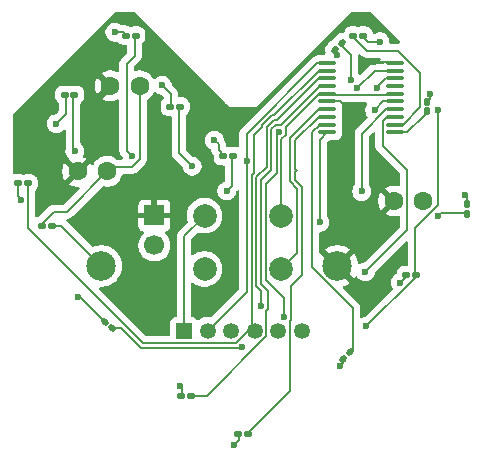
<source format=gbr>
%TF.GenerationSoftware,KiCad,Pcbnew,9.0.6*%
%TF.CreationDate,2026-01-31T16:43:30+03:00*%
%TF.ProjectId,st-valentine-postcard,73742d76-616c-4656-9e74-696e652d706f,rev?*%
%TF.SameCoordinates,Original*%
%TF.FileFunction,Copper,L2,Bot*%
%TF.FilePolarity,Positive*%
%FSLAX46Y46*%
G04 Gerber Fmt 4.6, Leading zero omitted, Abs format (unit mm)*
G04 Created by KiCad (PCBNEW 9.0.6) date 2026-01-31 16:43:30*
%MOMM*%
%LPD*%
G01*
G04 APERTURE LIST*
G04 Aperture macros list*
%AMRoundRect*
0 Rectangle with rounded corners*
0 $1 Rounding radius*
0 $2 $3 $4 $5 $6 $7 $8 $9 X,Y pos of 4 corners*
0 Add a 4 corners polygon primitive as box body*
4,1,4,$2,$3,$4,$5,$6,$7,$8,$9,$2,$3,0*
0 Add four circle primitives for the rounded corners*
1,1,$1+$1,$2,$3*
1,1,$1+$1,$4,$5*
1,1,$1+$1,$6,$7*
1,1,$1+$1,$8,$9*
0 Add four rect primitives between the rounded corners*
20,1,$1+$1,$2,$3,$4,$5,0*
20,1,$1+$1,$4,$5,$6,$7,0*
20,1,$1+$1,$6,$7,$8,$9,0*
20,1,$1+$1,$8,$9,$2,$3,0*%
G04 Aperture macros list end*
%TA.AperFunction,ComponentPad*%
%ADD10R,1.350000X1.350000*%
%TD*%
%TA.AperFunction,ComponentPad*%
%ADD11C,1.350000*%
%TD*%
%TA.AperFunction,ComponentPad*%
%ADD12C,2.000000*%
%TD*%
%TA.AperFunction,ComponentPad*%
%ADD13R,1.700000X1.700000*%
%TD*%
%TA.AperFunction,ComponentPad*%
%ADD14C,1.700000*%
%TD*%
%TA.AperFunction,SMDPad,CuDef*%
%ADD15RoundRect,0.137500X0.222739X-0.028284X-0.028284X0.222739X-0.222739X0.028284X0.028284X-0.222739X0*%
%TD*%
%TA.AperFunction,SMDPad,CuDef*%
%ADD16RoundRect,0.137500X0.177500X0.137500X-0.177500X0.137500X-0.177500X-0.137500X0.177500X-0.137500X0*%
%TD*%
%TA.AperFunction,SMDPad,CuDef*%
%ADD17RoundRect,0.137500X-0.177500X-0.137500X0.177500X-0.137500X0.177500X0.137500X-0.177500X0.137500X0*%
%TD*%
%TA.AperFunction,ComponentPad*%
%ADD18C,1.600000*%
%TD*%
%TA.AperFunction,SMDPad,CuDef*%
%ADD19RoundRect,0.100000X0.637500X0.100000X-0.637500X0.100000X-0.637500X-0.100000X0.637500X-0.100000X0*%
%TD*%
%TA.AperFunction,SMDPad,CuDef*%
%ADD20RoundRect,0.137500X0.137500X-0.177500X0.137500X0.177500X-0.137500X0.177500X-0.137500X-0.177500X0*%
%TD*%
%TA.AperFunction,SMDPad,CuDef*%
%ADD21RoundRect,0.137500X0.028284X0.222739X-0.222739X-0.028284X-0.028284X-0.222739X0.222739X0.028284X0*%
%TD*%
%TA.AperFunction,ComponentPad*%
%ADD22C,2.500000*%
%TD*%
%TA.AperFunction,ViaPad*%
%ADD23C,0.600000*%
%TD*%
%TA.AperFunction,Conductor*%
%ADD24C,0.200000*%
%TD*%
G04 APERTURE END LIST*
D10*
%TO.P,J1,1,Pin_1*%
%TO.N,+3V*%
X145000000Y-97500000D03*
D11*
%TO.P,J1,2,Pin_2*%
%TO.N,/LED11*%
X147000000Y-97500000D03*
%TO.P,J1,3,Pin_3*%
%TO.N,GND*%
X149000000Y-97500000D03*
%TO.P,J1,4,Pin_4*%
%TO.N,/LED10*%
X151000000Y-97500000D03*
%TO.P,J1,5,Pin_5*%
%TO.N,/LED0*%
X153000000Y-97500000D03*
%TO.P,J1,6,Pin_6*%
%TO.N,/LED2*%
X155000000Y-97500000D03*
%TD*%
D12*
%TO.P,SW1,1,1*%
%TO.N,+3V*%
X146750000Y-87750000D03*
X153250000Y-87750000D03*
%TO.P,SW1,2,2*%
%TO.N,Net-(U1-PB1)*%
X146750000Y-92250000D03*
X153250000Y-92250000D03*
%TD*%
D13*
%TO.P,J2,1,Pin_1*%
%TO.N,GND*%
X142500000Y-87725000D03*
D14*
%TO.P,J2,2,Pin_2*%
%TO.N,Net-(BT1-+)*%
X142500000Y-90265000D03*
%TD*%
D15*
%TO.P,R10,1*%
%TO.N,/LED9*%
X138893449Y-97293449D03*
%TO.P,R10,2*%
%TO.N,Net-(D10-A)*%
X138306551Y-96706551D03*
%TD*%
D16*
%TO.P,R1,1*%
%TO.N,/LED1*%
X149165000Y-82700000D03*
%TO.P,R1,2*%
%TO.N,Net-(D1-A)*%
X148335000Y-82700000D03*
%TD*%
D17*
%TO.P,R3,1*%
%TO.N,/LED3*%
X159335000Y-72500000D03*
%TO.P,R3,2*%
%TO.N,Net-(D3-A)*%
X160165000Y-72500000D03*
%TD*%
D18*
%TO.P,C2,1*%
%TO.N,+3V*%
X165250000Y-86500000D03*
%TO.P,C2,2*%
%TO.N,GND*%
X162750000Y-86500000D03*
%TD*%
D19*
%TO.P,U1,1,PB9*%
%TO.N,GND*%
X162862500Y-74825000D03*
%TO.P,U1,2,PC14*%
%TO.N,/LED12*%
X162862500Y-75475000D03*
%TO.P,U1,3,PC15*%
%TO.N,/LED13*%
X162862500Y-76125000D03*
%TO.P,U1,4,NRST*%
%TO.N,unconnected-(U1-NRST-Pad4)*%
X162862500Y-76775000D03*
%TO.P,U1,5,VDDA*%
%TO.N,+3V*%
X162862500Y-77425000D03*
%TO.P,U1,6,PA0*%
%TO.N,/LED0*%
X162862500Y-78075000D03*
%TO.P,U1,7,PA1*%
%TO.N,/LED1*%
X162862500Y-78725000D03*
%TO.P,U1,8,PA2*%
%TO.N,/LED2*%
X162862500Y-79375000D03*
%TO.P,U1,9,PA3*%
%TO.N,/LED3*%
X162862500Y-80025000D03*
%TO.P,U1,10,PA4*%
%TO.N,/LED4*%
X162862500Y-80675000D03*
%TO.P,U1,11,PA5*%
%TO.N,/LED5*%
X157137500Y-80675000D03*
%TO.P,U1,12,PA6*%
%TO.N,/LED6*%
X157137500Y-80025000D03*
%TO.P,U1,13,PA7*%
%TO.N,/LED7*%
X157137500Y-79375000D03*
%TO.P,U1,14,PB1*%
%TO.N,Net-(U1-PB1)*%
X157137500Y-78725000D03*
%TO.P,U1,15,VSS*%
%TO.N,GND*%
X157137500Y-78075000D03*
%TO.P,U1,16,VDD*%
%TO.N,+3V*%
X157137500Y-77425000D03*
%TO.P,U1,17,PA9*%
%TO.N,/LED8*%
X157137500Y-76775000D03*
%TO.P,U1,18,PA10*%
%TO.N,/LED9*%
X157137500Y-76125000D03*
%TO.P,U1,19,PA13*%
%TO.N,/LED10*%
X157137500Y-75475000D03*
%TO.P,U1,20,PA14*%
%TO.N,/LED11*%
X157137500Y-74825000D03*
%TD*%
D20*
%TO.P,R5,1*%
%TO.N,/LED5*%
X169000000Y-87570000D03*
%TO.P,R5,2*%
%TO.N,Net-(D5-A)*%
X169000000Y-86740000D03*
%TD*%
%TO.P,R4,1*%
%TO.N,/LED4*%
X165600000Y-78915000D03*
%TO.P,R4,2*%
%TO.N,Net-(D4-A)*%
X165600000Y-78085000D03*
%TD*%
D16*
%TO.P,R8,1*%
%TO.N,/LED7*%
X150415000Y-106250000D03*
%TO.P,R8,2*%
%TO.N,Net-(D8-A)*%
X149585000Y-106250000D03*
%TD*%
D18*
%TO.P,C1,1*%
%TO.N,+3V*%
X138500000Y-84000000D03*
%TO.P,C1,2*%
%TO.N,GND*%
X136000000Y-84000000D03*
%TD*%
D21*
%TO.P,R7,1*%
%TO.N,/LED6*%
X159093449Y-99306551D03*
%TO.P,R7,2*%
%TO.N,Net-(D7-A)*%
X158506551Y-99893449D03*
%TD*%
D16*
%TO.P,R13,1*%
%TO.N,/LED12*%
X140915000Y-72500000D03*
%TO.P,R13,2*%
%TO.N,Net-(D13-A)*%
X140085000Y-72500000D03*
%TD*%
%TO.P,R15,1*%
%TO.N,Net-(BT1-+)*%
X133815000Y-88600000D03*
%TO.P,R15,2*%
%TO.N,+3V*%
X132985000Y-88600000D03*
%TD*%
D22*
%TO.P,BT1,1,+*%
%TO.N,Net-(BT1-+)*%
X138000000Y-92000000D03*
%TO.P,BT1,2,-*%
%TO.N,GND*%
X158000000Y-92000000D03*
%TD*%
D16*
%TO.P,R14,1*%
%TO.N,/LED13*%
X144665000Y-78500000D03*
%TO.P,R14,2*%
%TO.N,Net-(D14-A)*%
X143835000Y-78500000D03*
%TD*%
D18*
%TO.P,C3,1*%
%TO.N,+3V*%
X141250000Y-76750000D03*
%TO.P,C3,2*%
%TO.N,GND*%
X138750000Y-76750000D03*
%TD*%
D16*
%TO.P,R6,1*%
%TO.N,/LED0*%
X164665000Y-92750000D03*
%TO.P,R6,2*%
%TO.N,Net-(D6-A)*%
X163835000Y-92750000D03*
%TD*%
%TO.P,R9,1*%
%TO.N,/LED8*%
X145570000Y-103000000D03*
%TO.P,R9,2*%
%TO.N,Net-(D9-A)*%
X144740000Y-103000000D03*
%TD*%
%TO.P,R12,1*%
%TO.N,/LED11*%
X135735000Y-77500000D03*
%TO.P,R12,2*%
%TO.N,Net-(D12-A)*%
X134905000Y-77500000D03*
%TD*%
%TO.P,R11,1*%
%TO.N,/LED10*%
X131815000Y-85000000D03*
%TO.P,R11,2*%
%TO.N,Net-(D11-A)*%
X130985000Y-85000000D03*
%TD*%
D21*
%TO.P,R2,1*%
%TO.N,/LED2*%
X158393449Y-73106551D03*
%TO.P,R2,2*%
%TO.N,Net-(D2-A)*%
X157806551Y-73693449D03*
%TD*%
D23*
%TO.N,GND*%
X161058400Y-74747300D03*
X158400000Y-72000000D03*
X132200000Y-81800000D03*
X158213900Y-83200000D03*
X161400000Y-83200000D03*
X160800000Y-94600000D03*
X142200000Y-94400000D03*
%TO.N,Net-(D1-A)*%
X147577300Y-81355300D03*
%TO.N,Net-(D2-A)*%
X157958800Y-74112500D03*
%TO.N,Net-(D3-A)*%
X161600000Y-73018300D03*
%TO.N,Net-(D4-A)*%
X165800000Y-77400000D03*
%TO.N,Net-(D5-A)*%
X168821700Y-85977900D03*
%TO.N,Net-(D6-A)*%
X163296800Y-93419500D03*
%TO.N,Net-(D7-A)*%
X158200000Y-100500000D03*
%TO.N,Net-(D8-A)*%
X149200000Y-107200000D03*
%TO.N,Net-(D9-A)*%
X144632100Y-102142500D03*
%TO.N,Net-(D10-A)*%
X136000000Y-94600000D03*
%TO.N,Net-(D11-A)*%
X131200000Y-86400000D03*
%TO.N,Net-(D12-A)*%
X134207300Y-79949200D03*
%TO.N,Net-(D13-A)*%
X139157100Y-72200000D03*
%TO.N,Net-(D14-A)*%
X143153800Y-76698300D03*
%TO.N,/LED0*%
X161157500Y-78799100D03*
X160453300Y-97120900D03*
X166495800Y-78781600D03*
%TO.N,/LED11*%
X150303000Y-83130300D03*
X135771500Y-82292500D03*
%TO.N,/LED2*%
X153470700Y-96283700D03*
X153011000Y-80645000D03*
X159135600Y-76231300D03*
X160368300Y-92485500D03*
%TO.N,/LED1*%
X148629700Y-85645000D03*
X160050800Y-85692200D03*
%TO.N,/LED5*%
X166495700Y-87752100D03*
X156504100Y-88294400D03*
%TO.N,/LED9*%
X151532700Y-95430500D03*
X149928100Y-98884500D03*
%TO.N,/LED12*%
X140628000Y-82730800D03*
X159688100Y-76956000D03*
%TO.N,/LED13*%
X145693300Y-83543600D03*
X161377800Y-76956000D03*
%TD*%
D24*
%TO.N,Net-(BT1-+)*%
X134600000Y-88600000D02*
X135000000Y-89000000D01*
X133815000Y-88600000D02*
X134600000Y-88600000D01*
X138000000Y-92000000D02*
X135000000Y-89000000D01*
%TO.N,GND*%
X162784800Y-74747300D02*
X162862500Y-74825000D01*
X161058400Y-74747300D02*
X162784800Y-74747300D01*
X158213900Y-91786100D02*
X158000000Y-92000000D01*
X157137500Y-78075000D02*
X158225000Y-78075000D01*
X158225000Y-78075000D02*
X158750000Y-78600000D01*
X136000000Y-84000000D02*
X138750000Y-81250000D01*
%TO.N,+3V*%
X139578000Y-83586800D02*
X138913200Y-83586800D01*
X153250000Y-87750000D02*
X153251500Y-87748500D01*
X139578000Y-83586800D02*
X140622900Y-83586800D01*
X153251500Y-81255400D02*
X153612700Y-80894200D01*
X153251500Y-87748500D02*
X153251500Y-81255400D01*
X145000000Y-97500000D02*
X145000000Y-89500000D01*
X157137500Y-77425000D02*
X157270200Y-77557700D01*
X138913200Y-83586800D02*
X138500000Y-84000000D01*
X132985000Y-88415000D02*
X132985000Y-88600000D01*
X156440700Y-77425000D02*
X157137500Y-77425000D01*
X141250000Y-82959700D02*
X141250000Y-76750000D01*
X135100000Y-87400000D02*
X134000000Y-87400000D01*
X153612700Y-80253000D02*
X156440700Y-77425000D01*
X145000000Y-89500000D02*
X146750000Y-87750000D01*
X140622900Y-83586800D02*
X141250000Y-82959700D01*
X139578000Y-83586800D02*
X138011100Y-83586800D01*
X138500000Y-84000000D02*
X135100000Y-87400000D01*
X153612700Y-80894200D02*
X153612700Y-80253000D01*
X157270200Y-77557700D02*
X162729800Y-77557700D01*
X134000000Y-87400000D02*
X132985000Y-88415000D01*
X162729800Y-77557700D02*
X162862500Y-77425000D01*
%TO.N,Net-(D1-A)*%
X147929000Y-82199000D02*
X147929000Y-81707000D01*
X147577300Y-81355300D02*
X147929000Y-81707000D01*
X148430000Y-82700000D02*
X147929000Y-82199000D01*
%TO.N,Net-(D2-A)*%
X157780000Y-73933700D02*
X157780000Y-73400000D01*
X157958800Y-74112500D02*
X157780000Y-73933700D01*
X157780000Y-74112500D02*
X157958800Y-74112500D01*
%TO.N,Net-(D3-A)*%
X161600000Y-73018300D02*
X160588300Y-73018300D01*
X160588300Y-73018300D02*
X160070000Y-72500000D01*
%TO.N,Net-(D4-A)*%
X165800000Y-77885000D02*
X165600000Y-78085000D01*
X165750000Y-77450000D02*
X165800000Y-77400000D01*
X165800000Y-77400000D02*
X165800000Y-77885000D01*
%TO.N,Net-(D5-A)*%
X168821700Y-85977900D02*
X169000000Y-86156200D01*
X169000000Y-86156200D02*
X169000000Y-86835000D01*
%TO.N,Net-(D6-A)*%
X163296800Y-93419500D02*
X163930000Y-92786300D01*
X163930000Y-92786300D02*
X163930000Y-92750000D01*
%TO.N,Net-(D7-A)*%
X158506551Y-100193449D02*
X158200000Y-100500000D01*
X158680000Y-100020000D02*
X158680000Y-99750000D01*
X158506551Y-99893449D02*
X158506551Y-100193449D01*
%TO.N,Net-(D8-A)*%
X149200000Y-107200000D02*
X149680000Y-106720000D01*
X149680000Y-106720000D02*
X149680000Y-106250000D01*
%TO.N,Net-(D9-A)*%
X144632100Y-102142500D02*
X144835000Y-102345400D01*
X144835000Y-102345400D02*
X144835000Y-103000000D01*
%TO.N,Net-(D10-A)*%
X136200000Y-94600000D02*
X136000000Y-94600000D01*
X138306551Y-96706551D02*
X136200000Y-94600000D01*
%TO.N,Net-(D11-A)*%
X130930000Y-86074200D02*
X130930000Y-85000000D01*
X131200000Y-86400000D02*
X131200000Y-86344200D01*
X131200000Y-86344200D02*
X130930000Y-86074200D01*
%TO.N,Net-(D12-A)*%
X134207300Y-79949200D02*
X135000000Y-79156500D01*
X135000000Y-79156500D02*
X135000000Y-77500000D01*
%TO.N,Net-(D13-A)*%
X139157100Y-72200000D02*
X139880000Y-72200000D01*
X139880000Y-72200000D02*
X140180000Y-72500000D01*
%TO.N,Net-(D14-A)*%
X143930000Y-77474500D02*
X143930000Y-78500000D01*
X143153800Y-76698300D02*
X143930000Y-77474500D01*
%TO.N,/LED10*%
X150729300Y-84335300D02*
X150729300Y-97229300D01*
X150931000Y-84133600D02*
X150729300Y-84335300D01*
X150729300Y-97229300D02*
X151000000Y-97500000D01*
X150461800Y-97500000D02*
X149436800Y-98525000D01*
X152429300Y-79239900D02*
X151605900Y-80063300D01*
X151605900Y-80272900D02*
X150931000Y-80947800D01*
X149436800Y-98525000D02*
X141560400Y-98525000D01*
X156403800Y-75475000D02*
X152638900Y-79239900D01*
X150931000Y-80947800D02*
X150931000Y-84133600D01*
X131800000Y-88764600D02*
X131800000Y-85230000D01*
X157137500Y-75475000D02*
X156403800Y-75475000D01*
X152638900Y-79239900D02*
X152429300Y-79239900D01*
X151000000Y-97500000D02*
X150461800Y-97500000D01*
X141560400Y-98525000D02*
X131800000Y-88764600D01*
X151605900Y-80063300D02*
X151605900Y-80272900D01*
%TO.N,/LED0*%
X164570000Y-92750000D02*
X164570000Y-93004200D01*
X166495800Y-78781600D02*
X166495800Y-86856700D01*
X166495800Y-86856700D02*
X164570000Y-88782500D01*
X164570000Y-93004200D02*
X160453300Y-97120900D01*
X161881600Y-78075000D02*
X161157500Y-78799100D01*
X164570000Y-88782500D02*
X164570000Y-92750000D01*
X162862500Y-78075000D02*
X161881600Y-78075000D01*
%TO.N,/LED11*%
X150303000Y-80798200D02*
X150303000Y-83130300D01*
X156276200Y-74825000D02*
X150303000Y-80798200D01*
X157137500Y-74825000D02*
X156276200Y-74825000D01*
X135640000Y-77500000D02*
X135640000Y-82161000D01*
X150303000Y-94197000D02*
X150303000Y-83130300D01*
X135640000Y-82161000D02*
X135771500Y-82292500D01*
X147000000Y-97500000D02*
X150303000Y-94197000D01*
%TO.N,/LED2*%
X161819000Y-79735700D02*
X162179700Y-79375000D01*
X161819000Y-81813600D02*
X161819000Y-79735700D01*
X152849800Y-80806200D02*
X152849800Y-84118700D01*
X159135600Y-74115600D02*
X159135600Y-76231300D01*
X163893400Y-88960400D02*
X163893400Y-83888000D01*
X152849800Y-84118700D02*
X151934400Y-85034100D01*
X151934400Y-93150000D02*
X153470700Y-94686300D01*
X153011000Y-80645000D02*
X152849800Y-80806200D01*
X153470700Y-94686300D02*
X153470700Y-96283700D01*
X162179700Y-79375000D02*
X162862500Y-79375000D01*
X151934400Y-85034100D02*
X151934400Y-93150000D01*
X158420000Y-73400000D02*
X159135600Y-74115600D01*
X163893400Y-83888000D02*
X161819000Y-81813600D01*
X160368300Y-92485500D02*
X163893400Y-88960400D01*
%TO.N,/LED1*%
X162144500Y-78725000D02*
X162862500Y-78725000D01*
X148629700Y-85645000D02*
X149070000Y-85204700D01*
X160050800Y-85692200D02*
X160050800Y-80818700D01*
X149070000Y-85204700D02*
X149070000Y-82700000D01*
X160050800Y-80818700D02*
X162144500Y-78725000D01*
%TO.N,/LED3*%
X160480300Y-73767800D02*
X159430000Y-72717500D01*
X159430000Y-72717500D02*
X159430000Y-72500000D01*
X165000000Y-75656300D02*
X163111500Y-73767800D01*
X165000000Y-78543700D02*
X165000000Y-75656300D01*
X163111500Y-73767800D02*
X160480300Y-73767800D01*
X162862500Y-80025000D02*
X163518700Y-80025000D01*
X163518700Y-80025000D02*
X165000000Y-78543700D01*
%TO.N,/LED4*%
X165750000Y-78820000D02*
X165285000Y-79285000D01*
X163895000Y-80675000D02*
X162862500Y-80675000D01*
X165285000Y-79285000D02*
X163895000Y-80675000D01*
%TO.N,/LED5*%
X156504100Y-81308400D02*
X157137500Y-80675000D01*
X169000000Y-87475000D02*
X166772800Y-87475000D01*
X166772800Y-87475000D02*
X166495700Y-87752100D01*
X156504100Y-88294400D02*
X156504100Y-81308400D01*
%TO.N,/LED6*%
X155872300Y-80634000D02*
X155872300Y-92114400D01*
X159093449Y-99306551D02*
X159320000Y-99080000D01*
X155872300Y-92114400D02*
X159320000Y-95562100D01*
X156481300Y-80025000D02*
X155872300Y-80634000D01*
X157137500Y-80025000D02*
X156481300Y-80025000D01*
X159320000Y-95562100D02*
X159320000Y-99080000D01*
%TO.N,/LED7*%
X154072400Y-93735400D02*
X155005800Y-92802000D01*
X150320000Y-106250000D02*
X153999900Y-102570100D01*
X154439300Y-83788900D02*
X154551400Y-83900900D01*
X156427400Y-79375000D02*
X154439300Y-81363100D01*
X153999900Y-96605400D02*
X154072400Y-96532900D01*
X154404100Y-84048200D02*
X154551400Y-83900900D01*
X157137500Y-79375000D02*
X156427400Y-79375000D01*
X154404100Y-84713400D02*
X154404100Y-84048200D01*
X155005800Y-85315100D02*
X154404100Y-84713400D01*
X153999900Y-102570100D02*
X153999900Y-96605400D01*
X155005800Y-92802000D02*
X155005800Y-85315100D01*
X154072400Y-96532900D02*
X154072400Y-93735400D01*
X154439300Y-81363100D02*
X154439300Y-83788900D01*
%TO.N,/LED8*%
X151532700Y-84751000D02*
X151532700Y-93516500D01*
X151532700Y-93516500D02*
X152134400Y-94118200D01*
X156479500Y-76775000D02*
X153211200Y-80043300D01*
X152134400Y-94118200D02*
X152134400Y-95679700D01*
X152134400Y-95679700D02*
X151976700Y-95837400D01*
X152409300Y-83874400D02*
X151532700Y-84751000D01*
X157137500Y-76775000D02*
X156479500Y-76775000D01*
X151976700Y-95837400D02*
X151976700Y-97948700D01*
X146925400Y-103000000D02*
X145475000Y-103000000D01*
X153211200Y-80043300D02*
X152761900Y-80043300D01*
X151976700Y-97948700D02*
X146925400Y-103000000D01*
X152409300Y-80395900D02*
X152409300Y-83874400D01*
X152761900Y-80043300D02*
X152409300Y-80395900D01*
%TO.N,/LED9*%
X152886100Y-79641600D02*
X152595600Y-79641600D01*
X156402700Y-76125000D02*
X152886100Y-79641600D01*
X157137500Y-76125000D02*
X156402700Y-76125000D01*
X149864700Y-98947900D02*
X141347900Y-98947900D01*
X138893449Y-97293449D02*
X139693449Y-97293449D01*
X151131000Y-84501600D02*
X151131000Y-93682800D01*
X152007600Y-83625000D02*
X151131000Y-84501600D01*
X149928100Y-98884500D02*
X149864700Y-98947900D01*
X152007600Y-80229600D02*
X152007600Y-83625000D01*
X139693449Y-97293449D02*
X141347900Y-98947900D01*
X152595600Y-79641600D02*
X152007600Y-80229600D01*
X151131000Y-93682800D02*
X151532700Y-94084500D01*
X151532700Y-94084500D02*
X151532700Y-95430500D01*
%TO.N,/LED12*%
X140145900Y-82248700D02*
X140145900Y-74877100D01*
X140628000Y-82730800D02*
X140145900Y-82248700D01*
X140820000Y-74203000D02*
X140820000Y-72500000D01*
X161169100Y-75475000D02*
X162862500Y-75475000D01*
X159688100Y-76956000D02*
X161169100Y-75475000D01*
X140145900Y-74877100D02*
X140820000Y-74203000D01*
%TO.N,/LED13*%
X162112700Y-76125000D02*
X161377800Y-76859900D01*
X161377800Y-76859900D02*
X161377800Y-76956000D01*
X145693300Y-83543600D02*
X144570000Y-82420300D01*
X144570000Y-82420300D02*
X144570000Y-78500000D01*
X162862500Y-76125000D02*
X162112700Y-76125000D01*
%TO.N,Net-(U1-PB1)*%
X153969900Y-81185800D02*
X153969900Y-84847200D01*
X154604100Y-85481400D02*
X154604100Y-90895900D01*
X154604100Y-90895900D02*
X153250000Y-92250000D01*
X156430700Y-78725000D02*
X153969900Y-81185800D01*
X157137500Y-78725000D02*
X156430700Y-78725000D01*
X153969900Y-84847200D02*
X154604100Y-85481400D01*
%TD*%
%TA.AperFunction,Conductor*%
%TO.N,GND*%
G36*
X140808363Y-70520185D02*
G01*
X140829005Y-70536819D01*
X148599500Y-78307314D01*
X148692686Y-78400500D01*
X148780646Y-78451284D01*
X148806814Y-78466392D01*
X148934107Y-78500500D01*
X148934108Y-78500500D01*
X148934109Y-78500500D01*
X151065890Y-78500500D01*
X151065892Y-78500500D01*
X151193186Y-78466392D01*
X151307314Y-78400500D01*
X159170995Y-70536819D01*
X159232318Y-70503334D01*
X159258676Y-70500500D01*
X160741324Y-70500500D01*
X160808363Y-70520185D01*
X160829005Y-70536819D01*
X163247804Y-72955618D01*
X163258415Y-72975051D01*
X163272917Y-72991787D01*
X163274834Y-73005119D01*
X163281289Y-73016941D01*
X163279709Y-73039027D01*
X163282861Y-73060945D01*
X163277265Y-73073197D01*
X163276305Y-73086633D01*
X163263035Y-73104358D01*
X163253837Y-73124501D01*
X163242504Y-73131784D01*
X163234433Y-73142566D01*
X163213688Y-73150303D01*
X163195059Y-73162276D01*
X163173139Y-73165427D01*
X163168969Y-73166983D01*
X163160124Y-73167299D01*
X163032443Y-73167299D01*
X163032439Y-73167299D01*
X163024832Y-73167300D01*
X163024831Y-73167299D01*
X163024831Y-73167300D01*
X162524500Y-73167300D01*
X162457461Y-73147615D01*
X162411706Y-73094811D01*
X162400500Y-73043300D01*
X162400500Y-72939455D01*
X162400499Y-72939453D01*
X162380801Y-72840426D01*
X162369737Y-72784803D01*
X162369735Y-72784798D01*
X162309397Y-72639127D01*
X162309390Y-72639114D01*
X162221789Y-72508011D01*
X162221786Y-72508007D01*
X162110292Y-72396513D01*
X162110288Y-72396510D01*
X161979185Y-72308909D01*
X161979172Y-72308902D01*
X161833501Y-72248564D01*
X161833489Y-72248561D01*
X161678845Y-72217800D01*
X161678842Y-72217800D01*
X161521158Y-72217800D01*
X161521155Y-72217800D01*
X161366510Y-72248561D01*
X161366498Y-72248564D01*
X161220827Y-72308902D01*
X161220816Y-72308908D01*
X161168708Y-72343726D01*
X161102031Y-72364603D01*
X161034651Y-72346118D01*
X160987961Y-72294139D01*
X160979480Y-72267970D01*
X160979422Y-72267987D01*
X160978871Y-72266093D01*
X160977834Y-72262891D01*
X160977654Y-72261908D01*
X160977654Y-72261902D01*
X160932681Y-72107106D01*
X160850626Y-71968357D01*
X160850624Y-71968355D01*
X160850621Y-71968351D01*
X160736648Y-71854378D01*
X160736636Y-71854369D01*
X160597896Y-71772320D01*
X160597889Y-71772317D01*
X160443102Y-71727346D01*
X160443096Y-71727345D01*
X160406935Y-71724500D01*
X159923077Y-71724500D01*
X159923052Y-71724501D01*
X159886901Y-71727346D01*
X159784595Y-71757069D01*
X159715405Y-71757069D01*
X159613102Y-71727346D01*
X159613096Y-71727345D01*
X159576935Y-71724500D01*
X159093077Y-71724500D01*
X159093052Y-71724501D01*
X159056901Y-71727346D01*
X158902110Y-71772317D01*
X158902103Y-71772320D01*
X158763363Y-71854369D01*
X158763351Y-71854378D01*
X158649378Y-71968351D01*
X158649369Y-71968363D01*
X158567320Y-72107103D01*
X158567317Y-72107110D01*
X158552995Y-72156407D01*
X158515389Y-72215293D01*
X158451916Y-72244499D01*
X158433919Y-72245812D01*
X158341132Y-72245812D01*
X158185000Y-72285901D01*
X158043751Y-72363552D01*
X158043745Y-72363557D01*
X158016159Y-72387117D01*
X157674014Y-72729264D01*
X157674013Y-72729265D01*
X157650459Y-72756840D01*
X157650451Y-72756851D01*
X157639711Y-72776388D01*
X157590163Y-72825650D01*
X157563150Y-72836420D01*
X157548223Y-72840420D01*
X157548209Y-72840426D01*
X157411290Y-72919475D01*
X157411282Y-72919481D01*
X157299481Y-73031282D01*
X157299477Y-73031287D01*
X157220423Y-73168213D01*
X157219508Y-73170424D01*
X157216858Y-73174389D01*
X157216359Y-73175254D01*
X157216302Y-73175221D01*
X157192631Y-73210645D01*
X157087117Y-73316161D01*
X157063557Y-73343745D01*
X156985901Y-73485000D01*
X156945812Y-73641132D01*
X156945812Y-73802333D01*
X156987841Y-73966019D01*
X156985550Y-73966607D01*
X156990846Y-74024441D01*
X156958588Y-74086419D01*
X156897944Y-74121118D01*
X156869179Y-74124500D01*
X156460636Y-74124500D01*
X156343246Y-74139953D01*
X156343237Y-74139956D01*
X156197158Y-74200464D01*
X156168601Y-74222376D01*
X156125213Y-74243772D01*
X156044418Y-74265422D01*
X156044409Y-74265426D01*
X155907490Y-74344475D01*
X155907482Y-74344481D01*
X149822481Y-80429482D01*
X149822475Y-80429490D01*
X149779064Y-80504682D01*
X149779064Y-80504683D01*
X149743423Y-80566414D01*
X149743423Y-80566415D01*
X149702499Y-80719143D01*
X149702499Y-80719145D01*
X149702499Y-80887246D01*
X149702500Y-80887259D01*
X149702500Y-81837556D01*
X149682815Y-81904595D01*
X149630011Y-81950350D01*
X149560853Y-81960294D01*
X149543906Y-81956633D01*
X149443096Y-81927345D01*
X149406935Y-81924500D01*
X148923077Y-81924500D01*
X148923052Y-81924501D01*
X148886901Y-81927346D01*
X148784595Y-81957069D01*
X148766945Y-81957069D01*
X148750353Y-81961992D01*
X148715404Y-81957069D01*
X148713903Y-81956633D01*
X148692278Y-81950350D01*
X148618904Y-81929032D01*
X148560018Y-81891425D01*
X148530813Y-81827952D01*
X148529500Y-81809956D01*
X148529500Y-81796059D01*
X148529501Y-81796046D01*
X148529501Y-81627945D01*
X148529501Y-81627943D01*
X148488577Y-81475215D01*
X148444401Y-81398701D01*
X148409520Y-81338284D01*
X148401844Y-81330608D01*
X148394342Y-81318580D01*
X148388609Y-81298032D01*
X148378388Y-81279314D01*
X148377937Y-81277147D01*
X148363244Y-81203281D01*
X148347037Y-81121803D01*
X148345792Y-81118797D01*
X148286697Y-80976127D01*
X148286690Y-80976114D01*
X148199089Y-80845011D01*
X148199086Y-80845007D01*
X148087592Y-80733513D01*
X148087588Y-80733510D01*
X147956485Y-80645909D01*
X147956472Y-80645902D01*
X147810801Y-80585564D01*
X147810789Y-80585561D01*
X147656145Y-80554800D01*
X147656142Y-80554800D01*
X147498458Y-80554800D01*
X147498455Y-80554800D01*
X147343810Y-80585561D01*
X147343798Y-80585564D01*
X147198127Y-80645902D01*
X147198114Y-80645909D01*
X147067011Y-80733510D01*
X147067007Y-80733513D01*
X146955513Y-80845007D01*
X146955510Y-80845011D01*
X146867909Y-80976114D01*
X146867902Y-80976127D01*
X146807564Y-81121798D01*
X146807561Y-81121810D01*
X146776800Y-81276453D01*
X146776800Y-81434146D01*
X146807561Y-81588789D01*
X146807564Y-81588801D01*
X146867902Y-81734472D01*
X146867909Y-81734485D01*
X146955510Y-81865588D01*
X146955513Y-81865592D01*
X147067007Y-81977086D01*
X147067011Y-81977089D01*
X147198116Y-82064691D01*
X147198117Y-82064691D01*
X147198121Y-82064694D01*
X147251953Y-82086991D01*
X147306354Y-82130829D01*
X147328420Y-82197123D01*
X147328499Y-82201551D01*
X147328499Y-82278054D01*
X147328498Y-82278054D01*
X147369424Y-82430789D01*
X147369425Y-82430790D01*
X147388335Y-82463543D01*
X147388340Y-82463551D01*
X147391034Y-82468216D01*
X147448480Y-82567716D01*
X147490871Y-82610107D01*
X147497104Y-82619016D01*
X147504924Y-82642236D01*
X147516666Y-82663740D01*
X147518776Y-82683367D01*
X147519404Y-82685231D01*
X147519104Y-82686421D01*
X147519500Y-82690097D01*
X147519500Y-82901923D01*
X147519501Y-82901947D01*
X147522346Y-82938098D01*
X147567317Y-83092889D01*
X147567320Y-83092896D01*
X147649369Y-83231636D01*
X147649378Y-83231648D01*
X147763351Y-83345621D01*
X147763355Y-83345624D01*
X147763357Y-83345626D01*
X147763360Y-83345627D01*
X147763363Y-83345630D01*
X147808589Y-83372376D01*
X147902106Y-83427681D01*
X147942928Y-83439541D01*
X148056897Y-83472653D01*
X148056900Y-83472653D01*
X148056902Y-83472654D01*
X148093065Y-83475500D01*
X148345501Y-83475499D01*
X148412539Y-83495183D01*
X148458294Y-83547987D01*
X148469500Y-83599499D01*
X148469500Y-84762048D01*
X148449815Y-84829087D01*
X148397011Y-84874842D01*
X148392952Y-84876609D01*
X148250527Y-84935602D01*
X148250514Y-84935609D01*
X148119411Y-85023210D01*
X148119407Y-85023213D01*
X148007913Y-85134707D01*
X148007910Y-85134711D01*
X147920309Y-85265814D01*
X147920302Y-85265827D01*
X147859964Y-85411498D01*
X147859961Y-85411510D01*
X147829200Y-85566153D01*
X147829200Y-85723846D01*
X147859961Y-85878489D01*
X147859964Y-85878501D01*
X147920302Y-86024172D01*
X147920309Y-86024185D01*
X148007910Y-86155288D01*
X148007913Y-86155292D01*
X148119407Y-86266786D01*
X148119411Y-86266789D01*
X148250514Y-86354390D01*
X148250527Y-86354397D01*
X148364480Y-86401597D01*
X148396203Y-86414737D01*
X148550853Y-86445499D01*
X148550856Y-86445500D01*
X148550858Y-86445500D01*
X148708544Y-86445500D01*
X148708545Y-86445499D01*
X148863197Y-86414737D01*
X149008879Y-86354394D01*
X149139989Y-86266789D01*
X149251489Y-86155289D01*
X149339094Y-86024179D01*
X149399437Y-85878497D01*
X149430200Y-85723842D01*
X149430200Y-85723840D01*
X149430337Y-85723152D01*
X149439102Y-85706394D01*
X149443123Y-85687914D01*
X149461864Y-85662879D01*
X149462721Y-85661241D01*
X149464163Y-85659772D01*
X149490822Y-85633113D01*
X149552144Y-85599631D01*
X149621836Y-85604617D01*
X149677769Y-85646489D01*
X149702184Y-85711954D01*
X149702500Y-85720798D01*
X149702500Y-93896902D01*
X149682815Y-93963941D01*
X149666181Y-93984583D01*
X147338979Y-96311784D01*
X147277656Y-96345269D01*
X147231901Y-96346576D01*
X147092514Y-96324500D01*
X146907486Y-96324500D01*
X146872843Y-96329987D01*
X146724734Y-96353445D01*
X146548767Y-96410619D01*
X146548764Y-96410620D01*
X146383900Y-96494624D01*
X146268392Y-96578545D01*
X146202586Y-96602025D01*
X146134532Y-96586199D01*
X146096241Y-96552539D01*
X146052884Y-96494622D01*
X146032546Y-96467454D01*
X146032544Y-96467453D01*
X146032544Y-96467452D01*
X145917335Y-96381206D01*
X145917328Y-96381202D01*
X145782482Y-96330908D01*
X145782483Y-96330908D01*
X145722883Y-96324501D01*
X145722881Y-96324500D01*
X145722873Y-96324500D01*
X145722864Y-96324500D01*
X145719548Y-96324322D01*
X145719615Y-96323065D01*
X145657461Y-96304815D01*
X145611706Y-96252011D01*
X145600500Y-96200500D01*
X145600500Y-93512922D01*
X145620185Y-93445883D01*
X145672989Y-93400128D01*
X145742147Y-93390184D01*
X145797382Y-93412602D01*
X145963567Y-93533343D01*
X146042083Y-93573349D01*
X146174003Y-93640566D01*
X146174005Y-93640566D01*
X146174008Y-93640568D01*
X146257284Y-93667626D01*
X146398631Y-93713553D01*
X146631903Y-93750500D01*
X146631908Y-93750500D01*
X146868097Y-93750500D01*
X147101368Y-93713553D01*
X147325992Y-93640568D01*
X147536433Y-93533343D01*
X147727510Y-93394517D01*
X147894517Y-93227510D01*
X148033343Y-93036433D01*
X148140568Y-92825992D01*
X148213553Y-92601368D01*
X148219527Y-92563650D01*
X148250500Y-92368097D01*
X148250500Y-92131902D01*
X148213553Y-91898631D01*
X148173740Y-91776102D01*
X148140568Y-91674008D01*
X148140566Y-91674005D01*
X148140566Y-91674003D01*
X148084002Y-91562991D01*
X148033343Y-91463567D01*
X147894517Y-91272490D01*
X147727510Y-91105483D01*
X147536433Y-90966657D01*
X147325996Y-90859433D01*
X147101368Y-90786446D01*
X146868097Y-90749500D01*
X146868092Y-90749500D01*
X146631908Y-90749500D01*
X146631903Y-90749500D01*
X146398631Y-90786446D01*
X146174003Y-90859433D01*
X145963566Y-90966657D01*
X145797386Y-91087395D01*
X145731579Y-91110875D01*
X145663525Y-91095050D01*
X145614830Y-91044944D01*
X145600500Y-90987077D01*
X145600500Y-89800096D01*
X145620185Y-89733057D01*
X145636815Y-89712419D01*
X146146437Y-89202796D01*
X146207758Y-89169313D01*
X146272433Y-89172547D01*
X146398632Y-89213553D01*
X146486110Y-89227408D01*
X146631903Y-89250500D01*
X146631908Y-89250500D01*
X146868097Y-89250500D01*
X147101368Y-89213553D01*
X147146154Y-89199001D01*
X147325992Y-89140568D01*
X147536433Y-89033343D01*
X147727510Y-88894517D01*
X147894517Y-88727510D01*
X148033343Y-88536433D01*
X148140568Y-88325992D01*
X148213553Y-88101368D01*
X148216018Y-88085804D01*
X148250500Y-87868097D01*
X148250500Y-87631902D01*
X148213553Y-87398631D01*
X148179689Y-87294412D01*
X148140568Y-87174008D01*
X148140566Y-87174005D01*
X148140566Y-87174003D01*
X148084002Y-87062991D01*
X148033343Y-86963567D01*
X147894517Y-86772490D01*
X147727510Y-86605483D01*
X147536433Y-86466657D01*
X147325996Y-86359433D01*
X147101368Y-86286446D01*
X146868097Y-86249500D01*
X146868092Y-86249500D01*
X146631908Y-86249500D01*
X146631903Y-86249500D01*
X146398631Y-86286446D01*
X146174003Y-86359433D01*
X145963566Y-86466657D01*
X145893158Y-86517812D01*
X145772490Y-86605483D01*
X145772488Y-86605485D01*
X145772487Y-86605485D01*
X145605485Y-86772487D01*
X145605485Y-86772488D01*
X145605483Y-86772490D01*
X145545862Y-86854550D01*
X145466657Y-86963566D01*
X145359433Y-87174003D01*
X145286446Y-87398631D01*
X145249500Y-87631902D01*
X145249500Y-87868097D01*
X145286447Y-88101369D01*
X145286447Y-88101372D01*
X145327450Y-88227564D01*
X145329445Y-88297405D01*
X145297200Y-88353563D01*
X144631286Y-89019478D01*
X144519482Y-89131281D01*
X144519478Y-89131287D01*
X144471982Y-89213553D01*
X144440424Y-89268212D01*
X144440423Y-89268213D01*
X144424489Y-89327681D01*
X144399499Y-89420943D01*
X144399499Y-89420945D01*
X144399499Y-89589046D01*
X144399500Y-89589059D01*
X144399500Y-96200500D01*
X144379815Y-96267539D01*
X144327011Y-96313294D01*
X144280389Y-96323450D01*
X144280423Y-96324099D01*
X144280429Y-96324146D01*
X144280426Y-96324146D01*
X144280436Y-96324324D01*
X144277123Y-96324501D01*
X144217516Y-96330908D01*
X144082671Y-96381202D01*
X144082664Y-96381206D01*
X143967455Y-96467452D01*
X143967452Y-96467455D01*
X143881206Y-96582664D01*
X143881202Y-96582671D01*
X143830908Y-96717517D01*
X143824501Y-96777116D01*
X143824500Y-96777127D01*
X143824500Y-97345606D01*
X143824501Y-97800500D01*
X143804817Y-97867539D01*
X143752013Y-97913294D01*
X143700501Y-97924500D01*
X141860497Y-97924500D01*
X141793458Y-97904815D01*
X141772816Y-97888181D01*
X137846816Y-93962181D01*
X137813331Y-93900858D01*
X137818315Y-93831166D01*
X137860187Y-93775233D01*
X137925651Y-93750816D01*
X137934497Y-93750500D01*
X138114727Y-93750500D01*
X138114734Y-93750500D01*
X138342238Y-93720548D01*
X138563887Y-93661158D01*
X138775888Y-93573344D01*
X138974612Y-93458611D01*
X139156661Y-93318919D01*
X139156665Y-93318914D01*
X139156670Y-93318911D01*
X139318911Y-93156670D01*
X139318914Y-93156665D01*
X139318919Y-93156661D01*
X139458611Y-92974612D01*
X139573344Y-92775888D01*
X139661158Y-92563887D01*
X139720548Y-92342238D01*
X139750500Y-92114734D01*
X139750500Y-91885266D01*
X139720548Y-91657762D01*
X139661158Y-91436113D01*
X139588510Y-91260725D01*
X139573349Y-91224123D01*
X139573346Y-91224117D01*
X139573344Y-91224112D01*
X139458611Y-91025388D01*
X139458608Y-91025385D01*
X139458607Y-91025382D01*
X139318918Y-90843338D01*
X139318911Y-90843330D01*
X139156670Y-90681089D01*
X139156661Y-90681081D01*
X138974617Y-90541392D01*
X138775890Y-90426657D01*
X138775876Y-90426650D01*
X138563887Y-90338842D01*
X138342238Y-90279452D01*
X138285290Y-90271954D01*
X138114741Y-90249500D01*
X138114734Y-90249500D01*
X137885266Y-90249500D01*
X137885258Y-90249500D01*
X137678057Y-90276780D01*
X137657762Y-90279452D01*
X137436113Y-90338842D01*
X137436103Y-90338845D01*
X137337272Y-90379783D01*
X137267802Y-90387252D01*
X137205323Y-90355977D01*
X137202138Y-90352903D01*
X137007948Y-90158713D01*
X141149500Y-90158713D01*
X141149500Y-90371286D01*
X141176507Y-90541805D01*
X141182754Y-90581243D01*
X141237424Y-90749500D01*
X141248444Y-90783414D01*
X141344951Y-90972820D01*
X141469890Y-91144786D01*
X141620213Y-91295109D01*
X141792179Y-91420048D01*
X141792181Y-91420049D01*
X141792184Y-91420051D01*
X141981588Y-91516557D01*
X142183757Y-91582246D01*
X142393713Y-91615500D01*
X142393714Y-91615500D01*
X142606286Y-91615500D01*
X142606287Y-91615500D01*
X142816243Y-91582246D01*
X143018412Y-91516557D01*
X143207816Y-91420051D01*
X143229789Y-91404086D01*
X143379786Y-91295109D01*
X143379788Y-91295106D01*
X143379792Y-91295104D01*
X143530104Y-91144792D01*
X143530106Y-91144788D01*
X143530109Y-91144786D01*
X143655048Y-90972820D01*
X143655047Y-90972820D01*
X143655051Y-90972816D01*
X143751557Y-90783412D01*
X143817246Y-90581243D01*
X143850500Y-90371287D01*
X143850500Y-90158713D01*
X143817246Y-89948757D01*
X143751557Y-89746588D01*
X143655051Y-89557184D01*
X143655049Y-89557181D01*
X143655048Y-89557179D01*
X143530109Y-89385213D01*
X143416181Y-89271285D01*
X143382696Y-89209962D01*
X143387680Y-89140270D01*
X143429552Y-89084337D01*
X143460529Y-89067422D01*
X143592086Y-89018354D01*
X143592093Y-89018350D01*
X143707187Y-88932190D01*
X143707190Y-88932187D01*
X143793350Y-88817093D01*
X143793354Y-88817086D01*
X143843596Y-88682379D01*
X143843598Y-88682372D01*
X143849999Y-88622844D01*
X143850000Y-88622827D01*
X143850000Y-87975000D01*
X142933012Y-87975000D01*
X142965925Y-87917993D01*
X143000000Y-87790826D01*
X143000000Y-87659174D01*
X142965925Y-87532007D01*
X142933012Y-87475000D01*
X143850000Y-87475000D01*
X143850000Y-86827172D01*
X143849999Y-86827155D01*
X143843598Y-86767627D01*
X143843596Y-86767620D01*
X143793354Y-86632913D01*
X143793350Y-86632906D01*
X143707190Y-86517812D01*
X143707187Y-86517809D01*
X143592093Y-86431649D01*
X143592086Y-86431645D01*
X143457379Y-86381403D01*
X143457372Y-86381401D01*
X143397844Y-86375000D01*
X142750000Y-86375000D01*
X142750000Y-87291988D01*
X142692993Y-87259075D01*
X142565826Y-87225000D01*
X142434174Y-87225000D01*
X142307007Y-87259075D01*
X142250000Y-87291988D01*
X142250000Y-86375000D01*
X141602155Y-86375000D01*
X141542627Y-86381401D01*
X141542620Y-86381403D01*
X141407913Y-86431645D01*
X141407906Y-86431649D01*
X141292812Y-86517809D01*
X141292809Y-86517812D01*
X141206649Y-86632906D01*
X141206645Y-86632913D01*
X141156403Y-86767620D01*
X141156401Y-86767627D01*
X141150000Y-86827155D01*
X141150000Y-87475000D01*
X142066988Y-87475000D01*
X142034075Y-87532007D01*
X142000000Y-87659174D01*
X142000000Y-87790826D01*
X142034075Y-87917993D01*
X142066988Y-87975000D01*
X141150000Y-87975000D01*
X141150000Y-88622844D01*
X141156401Y-88682372D01*
X141156403Y-88682379D01*
X141206645Y-88817086D01*
X141206649Y-88817093D01*
X141292809Y-88932187D01*
X141292812Y-88932190D01*
X141407906Y-89018350D01*
X141407913Y-89018354D01*
X141539470Y-89067422D01*
X141595404Y-89109293D01*
X141619821Y-89174758D01*
X141604969Y-89243031D01*
X141583819Y-89271285D01*
X141469889Y-89385215D01*
X141344951Y-89557179D01*
X141248444Y-89746585D01*
X141182753Y-89948760D01*
X141149500Y-90158713D01*
X137007948Y-90158713D01*
X135087590Y-88238355D01*
X135080521Y-88231286D01*
X135080520Y-88231284D01*
X135061414Y-88212178D01*
X135027932Y-88150857D01*
X135031804Y-88096734D01*
X135032917Y-88081167D01*
X135035851Y-88077248D01*
X135074790Y-88025232D01*
X135119675Y-88008492D01*
X135140253Y-88000817D01*
X135149099Y-88000501D01*
X135179054Y-88000501D01*
X135179057Y-88000501D01*
X135331785Y-87959577D01*
X135381904Y-87930639D01*
X135468716Y-87880520D01*
X135580520Y-87768716D01*
X135580520Y-87768714D01*
X135590728Y-87758507D01*
X135590730Y-87758504D01*
X138055158Y-85294075D01*
X138116479Y-85260592D01*
X138181151Y-85263825D01*
X138195466Y-85268477D01*
X138397648Y-85300500D01*
X138397649Y-85300500D01*
X138602351Y-85300500D01*
X138602352Y-85300500D01*
X138804534Y-85268477D01*
X138999219Y-85205220D01*
X139181610Y-85112287D01*
X139304215Y-85023210D01*
X139347213Y-84991971D01*
X139347215Y-84991968D01*
X139347219Y-84991966D01*
X139491966Y-84847219D01*
X139491968Y-84847215D01*
X139491971Y-84847213D01*
X139575775Y-84731865D01*
X139612287Y-84681610D01*
X139705220Y-84499219D01*
X139768477Y-84304534D01*
X139770478Y-84291901D01*
X139800408Y-84228767D01*
X139859720Y-84191836D01*
X139892951Y-84187300D01*
X140536231Y-84187300D01*
X140536247Y-84187301D01*
X140543843Y-84187301D01*
X140701954Y-84187301D01*
X140701957Y-84187301D01*
X140854685Y-84146377D01*
X140928922Y-84103516D01*
X140991616Y-84067320D01*
X141103420Y-83955516D01*
X141103420Y-83955514D01*
X141113624Y-83945311D01*
X141113628Y-83945306D01*
X141608506Y-83450428D01*
X141608511Y-83450424D01*
X141618714Y-83440220D01*
X141618716Y-83440220D01*
X141730520Y-83328416D01*
X141809577Y-83191484D01*
X141847097Y-83051458D01*
X141850500Y-83038758D01*
X141850500Y-82880643D01*
X141850500Y-77979601D01*
X141870185Y-77912562D01*
X141918206Y-77869116D01*
X141931610Y-77862287D01*
X142097219Y-77741966D01*
X142241966Y-77597219D01*
X142241968Y-77597215D01*
X142241971Y-77597213D01*
X142362286Y-77431611D01*
X142362287Y-77431610D01*
X142417371Y-77323500D01*
X142465344Y-77272706D01*
X142533165Y-77255910D01*
X142599300Y-77278447D01*
X142615536Y-77292115D01*
X142643507Y-77320086D01*
X142643511Y-77320089D01*
X142774614Y-77407690D01*
X142774627Y-77407697D01*
X142920298Y-77468035D01*
X142920303Y-77468037D01*
X142974623Y-77478842D01*
X143075649Y-77498938D01*
X143092405Y-77507702D01*
X143110885Y-77511723D01*
X143135923Y-77530467D01*
X143137560Y-77531323D01*
X143139139Y-77532874D01*
X143275004Y-77668739D01*
X143308489Y-77730062D01*
X143303505Y-77799754D01*
X143268024Y-77848008D01*
X143268873Y-77848857D01*
X143149378Y-77968351D01*
X143149369Y-77968363D01*
X143067320Y-78107103D01*
X143067317Y-78107110D01*
X143022346Y-78261897D01*
X143022345Y-78261903D01*
X143019500Y-78298057D01*
X143019500Y-78701922D01*
X143019501Y-78701947D01*
X143022346Y-78738098D01*
X143067317Y-78892889D01*
X143067320Y-78892896D01*
X143149369Y-79031636D01*
X143149378Y-79031648D01*
X143263351Y-79145621D01*
X143263355Y-79145624D01*
X143263357Y-79145626D01*
X143263360Y-79145627D01*
X143263363Y-79145630D01*
X143329499Y-79184742D01*
X143402106Y-79227681D01*
X143429494Y-79235638D01*
X143556897Y-79272653D01*
X143556900Y-79272653D01*
X143556902Y-79272654D01*
X143593065Y-79275500D01*
X143845501Y-79275499D01*
X143912539Y-79295183D01*
X143958294Y-79347987D01*
X143969500Y-79399499D01*
X143969500Y-82333630D01*
X143969499Y-82333648D01*
X143969499Y-82499354D01*
X143969498Y-82499354D01*
X143969499Y-82499357D01*
X144010423Y-82652085D01*
X144010424Y-82652087D01*
X144010423Y-82652087D01*
X144015695Y-82661217D01*
X144015696Y-82661218D01*
X144089477Y-82789012D01*
X144089481Y-82789017D01*
X144208349Y-82907885D01*
X144208355Y-82907890D01*
X144858725Y-83558260D01*
X144892210Y-83619583D01*
X144892661Y-83621749D01*
X144923561Y-83777091D01*
X144923564Y-83777101D01*
X144983902Y-83922772D01*
X144983909Y-83922785D01*
X145071510Y-84053888D01*
X145071513Y-84053892D01*
X145183007Y-84165386D01*
X145183011Y-84165389D01*
X145314114Y-84252990D01*
X145314127Y-84252997D01*
X145438553Y-84304535D01*
X145459803Y-84313337D01*
X145614453Y-84344099D01*
X145614456Y-84344100D01*
X145614458Y-84344100D01*
X145772144Y-84344100D01*
X145772145Y-84344099D01*
X145926797Y-84313337D01*
X146072479Y-84252994D01*
X146203589Y-84165389D01*
X146315089Y-84053889D01*
X146402694Y-83922779D01*
X146463037Y-83777097D01*
X146493800Y-83622442D01*
X146493800Y-83464758D01*
X146493800Y-83464755D01*
X146493799Y-83464753D01*
X146485528Y-83423174D01*
X146463037Y-83310103D01*
X146430535Y-83231636D01*
X146402697Y-83164427D01*
X146402690Y-83164414D01*
X146315089Y-83033311D01*
X146315086Y-83033307D01*
X146203592Y-82921813D01*
X146203588Y-82921810D01*
X146072485Y-82834209D01*
X146072472Y-82834202D01*
X145926801Y-82773864D01*
X145926791Y-82773861D01*
X145771449Y-82742961D01*
X145709538Y-82710576D01*
X145707960Y-82709025D01*
X145206819Y-82207884D01*
X145173334Y-82146561D01*
X145170500Y-82120203D01*
X145170500Y-79255470D01*
X145190185Y-79188431D01*
X145231381Y-79148737D01*
X145236643Y-79145626D01*
X145350626Y-79031643D01*
X145432681Y-78892894D01*
X145477654Y-78738098D01*
X145480500Y-78701935D01*
X145480499Y-78298066D01*
X145477654Y-78261902D01*
X145432681Y-78107106D01*
X145364423Y-77991686D01*
X145350630Y-77968363D01*
X145350621Y-77968351D01*
X145236648Y-77854378D01*
X145236636Y-77854369D01*
X145097896Y-77772320D01*
X145097889Y-77772317D01*
X144943102Y-77727346D01*
X144943096Y-77727345D01*
X144906942Y-77724500D01*
X144906935Y-77724500D01*
X144654500Y-77724500D01*
X144645814Y-77721949D01*
X144636853Y-77723238D01*
X144612812Y-77712259D01*
X144587461Y-77704815D01*
X144581533Y-77697974D01*
X144573297Y-77694213D01*
X144559007Y-77671978D01*
X144541706Y-77652011D01*
X144539418Y-77641496D01*
X144535523Y-77635435D01*
X144530500Y-77600500D01*
X144530500Y-77563560D01*
X144530501Y-77563547D01*
X144530501Y-77395444D01*
X144510595Y-77321155D01*
X144489577Y-77242716D01*
X144434579Y-77147455D01*
X144410524Y-77105790D01*
X144410518Y-77105782D01*
X143988373Y-76683637D01*
X143954888Y-76622314D01*
X143954437Y-76620147D01*
X143950330Y-76599500D01*
X143923537Y-76464803D01*
X143923535Y-76464797D01*
X143863197Y-76319127D01*
X143863190Y-76319114D01*
X143775589Y-76188011D01*
X143775586Y-76188007D01*
X143664092Y-76076513D01*
X143664088Y-76076510D01*
X143532985Y-75988909D01*
X143532972Y-75988902D01*
X143387301Y-75928564D01*
X143387289Y-75928561D01*
X143232645Y-75897800D01*
X143232642Y-75897800D01*
X143074958Y-75897800D01*
X143074955Y-75897800D01*
X142920310Y-75928561D01*
X142920298Y-75928564D01*
X142774627Y-75988902D01*
X142774614Y-75988909D01*
X142643511Y-76076510D01*
X142580635Y-76139386D01*
X142519311Y-76172870D01*
X142449620Y-76167885D01*
X142393686Y-76126014D01*
X142382470Y-76108000D01*
X142362286Y-76068388D01*
X142241971Y-75902786D01*
X142097213Y-75758028D01*
X141931613Y-75637715D01*
X141931612Y-75637714D01*
X141931610Y-75637713D01*
X141866204Y-75604387D01*
X141749223Y-75544781D01*
X141554534Y-75481522D01*
X141379995Y-75453878D01*
X141352352Y-75449500D01*
X141147648Y-75449500D01*
X141085294Y-75459376D01*
X140945464Y-75481523D01*
X140945457Y-75481524D01*
X140908717Y-75493462D01*
X140880598Y-75494265D01*
X140852753Y-75498269D01*
X140846141Y-75495249D01*
X140838876Y-75495457D01*
X140814786Y-75480930D01*
X140789197Y-75469244D01*
X140785267Y-75463129D01*
X140779043Y-75459376D01*
X140766631Y-75434131D01*
X140751423Y-75410466D01*
X140749945Y-75400192D01*
X140748216Y-75396674D01*
X140746400Y-75375531D01*
X140746400Y-75177196D01*
X140766085Y-75110157D01*
X140782715Y-75089519D01*
X141178506Y-74693727D01*
X141178511Y-74693724D01*
X141188714Y-74683520D01*
X141188716Y-74683520D01*
X141300520Y-74571716D01*
X141379577Y-74434784D01*
X141420500Y-74282057D01*
X141420500Y-73255470D01*
X141440185Y-73188431D01*
X141481381Y-73148737D01*
X141486643Y-73145626D01*
X141600626Y-73031643D01*
X141682681Y-72892894D01*
X141727654Y-72738098D01*
X141730500Y-72701935D01*
X141730499Y-72298066D01*
X141727654Y-72261902D01*
X141682681Y-72107106D01*
X141600626Y-71968357D01*
X141600624Y-71968355D01*
X141600621Y-71968351D01*
X141486648Y-71854378D01*
X141486636Y-71854369D01*
X141347896Y-71772320D01*
X141347889Y-71772317D01*
X141193102Y-71727346D01*
X141193096Y-71727345D01*
X141156935Y-71724500D01*
X140673077Y-71724500D01*
X140673052Y-71724501D01*
X140636901Y-71727346D01*
X140534595Y-71757069D01*
X140521894Y-71757739D01*
X140513415Y-71761265D01*
X140491469Y-71759347D01*
X140478142Y-71760051D01*
X140471693Y-71758896D01*
X140363098Y-71727346D01*
X140326935Y-71724500D01*
X140279623Y-71724500D01*
X140268779Y-71722558D01*
X140251832Y-71714102D01*
X140228638Y-71707888D01*
X140161904Y-71669360D01*
X140161904Y-71669359D01*
X140161900Y-71669358D01*
X140111785Y-71640423D01*
X139959057Y-71599499D01*
X139800943Y-71599499D01*
X139793347Y-71599499D01*
X139793331Y-71599500D01*
X139736866Y-71599500D01*
X139669827Y-71579815D01*
X139667975Y-71578602D01*
X139536285Y-71490609D01*
X139536272Y-71490602D01*
X139390601Y-71430264D01*
X139390589Y-71430261D01*
X139235945Y-71399500D01*
X139235942Y-71399500D01*
X139078258Y-71399500D01*
X139078255Y-71399500D01*
X138923610Y-71430261D01*
X138923598Y-71430264D01*
X138777927Y-71490602D01*
X138777914Y-71490609D01*
X138646811Y-71578210D01*
X138646807Y-71578213D01*
X138535313Y-71689707D01*
X138535310Y-71689711D01*
X138447709Y-71820814D01*
X138447702Y-71820827D01*
X138387364Y-71966498D01*
X138387361Y-71966510D01*
X138356600Y-72121153D01*
X138356600Y-72278846D01*
X138387361Y-72433489D01*
X138387364Y-72433501D01*
X138447702Y-72579172D01*
X138447709Y-72579185D01*
X138535310Y-72710288D01*
X138535313Y-72710292D01*
X138646807Y-72821786D01*
X138646811Y-72821789D01*
X138777914Y-72909390D01*
X138777927Y-72909397D01*
X138850490Y-72939453D01*
X138923603Y-72969737D01*
X139064091Y-72997682D01*
X139078253Y-73000499D01*
X139078256Y-73000500D01*
X139078258Y-73000500D01*
X139235943Y-73000500D01*
X139281412Y-72991455D01*
X139351004Y-72997682D01*
X139391767Y-73028216D01*
X139393857Y-73026127D01*
X139513351Y-73145621D01*
X139513355Y-73145624D01*
X139513357Y-73145626D01*
X139513360Y-73145627D01*
X139513363Y-73145630D01*
X139579499Y-73184742D01*
X139652106Y-73227681D01*
X139692928Y-73239541D01*
X139806897Y-73272653D01*
X139806900Y-73272653D01*
X139806902Y-73272654D01*
X139843065Y-73275500D01*
X140095501Y-73275499D01*
X140162539Y-73295183D01*
X140208294Y-73347987D01*
X140219500Y-73399499D01*
X140219500Y-73902902D01*
X140199815Y-73969941D01*
X140183181Y-73990583D01*
X139665381Y-74508382D01*
X139665379Y-74508385D01*
X139630825Y-74568236D01*
X139630824Y-74568238D01*
X139586323Y-74645314D01*
X139586323Y-74645315D01*
X139545399Y-74798043D01*
X139545399Y-74798045D01*
X139545399Y-74966146D01*
X139545400Y-74966159D01*
X139545400Y-75493902D01*
X139525715Y-75560941D01*
X139472911Y-75606696D01*
X139403753Y-75616640D01*
X139365106Y-75604387D01*
X139249034Y-75545245D01*
X139054417Y-75482009D01*
X138852317Y-75450000D01*
X138647683Y-75450000D01*
X138445582Y-75482009D01*
X138250968Y-75545244D01*
X138068644Y-75638143D01*
X138024077Y-75670523D01*
X138024077Y-75670524D01*
X138703553Y-76350000D01*
X138697339Y-76350000D01*
X138595606Y-76377259D01*
X138504394Y-76429920D01*
X138429920Y-76504394D01*
X138377259Y-76595606D01*
X138350000Y-76697339D01*
X138350000Y-76703553D01*
X137670524Y-76024077D01*
X137670523Y-76024077D01*
X137638143Y-76068644D01*
X137545244Y-76250968D01*
X137482009Y-76445582D01*
X137450000Y-76647682D01*
X137450000Y-76852317D01*
X137482009Y-77054417D01*
X137545244Y-77249031D01*
X137638141Y-77431350D01*
X137638147Y-77431359D01*
X137670523Y-77475921D01*
X137670524Y-77475922D01*
X138350000Y-76796446D01*
X138350000Y-76802661D01*
X138377259Y-76904394D01*
X138429920Y-76995606D01*
X138504394Y-77070080D01*
X138595606Y-77122741D01*
X138697339Y-77150000D01*
X138703552Y-77150000D01*
X138024076Y-77829474D01*
X138068650Y-77861859D01*
X138250968Y-77954755D01*
X138445582Y-78017990D01*
X138647683Y-78050000D01*
X138852317Y-78050000D01*
X139054417Y-78017990D01*
X139249031Y-77954755D01*
X139365105Y-77895612D01*
X139433774Y-77882716D01*
X139498515Y-77908992D01*
X139538772Y-77966098D01*
X139545400Y-78006097D01*
X139545400Y-82162030D01*
X139545399Y-82162048D01*
X139545399Y-82327754D01*
X139545398Y-82327754D01*
X139557078Y-82371342D01*
X139586323Y-82480485D01*
X139586324Y-82480486D01*
X139597218Y-82499357D01*
X139597219Y-82499358D01*
X139665375Y-82617409D01*
X139665381Y-82617417D01*
X139784249Y-82736285D01*
X139784255Y-82736290D01*
X139793425Y-82745460D01*
X139826910Y-82806783D01*
X139827361Y-82808946D01*
X139829186Y-82818118D01*
X139832385Y-82834202D01*
X139833162Y-82838105D01*
X139826936Y-82907697D01*
X139784075Y-82962875D01*
X139718186Y-82986122D01*
X139711545Y-82986300D01*
X139357594Y-82986300D01*
X139290555Y-82966615D01*
X139284709Y-82962618D01*
X139181613Y-82887715D01*
X139181612Y-82887714D01*
X139181610Y-82887713D01*
X139124653Y-82858691D01*
X138999223Y-82794781D01*
X138804534Y-82731522D01*
X138620169Y-82702322D01*
X138602352Y-82699500D01*
X138397648Y-82699500D01*
X138379831Y-82702322D01*
X138195465Y-82731522D01*
X138000776Y-82794781D01*
X137818386Y-82887715D01*
X137652786Y-83008028D01*
X137508028Y-83152786D01*
X137387714Y-83318386D01*
X137360203Y-83372379D01*
X137312227Y-83423174D01*
X137244406Y-83439968D01*
X137178272Y-83417429D01*
X137139234Y-83372376D01*
X137111861Y-83318652D01*
X137079474Y-83274077D01*
X137079474Y-83274076D01*
X136400000Y-83953553D01*
X136400000Y-83947339D01*
X136372741Y-83845606D01*
X136320080Y-83754394D01*
X136245606Y-83679920D01*
X136154394Y-83627259D01*
X136052661Y-83600000D01*
X136046446Y-83600000D01*
X136725922Y-82920524D01*
X136725921Y-82920523D01*
X136681359Y-82888147D01*
X136681350Y-82888141D01*
X136543922Y-82818118D01*
X136493126Y-82770143D01*
X136476331Y-82702322D01*
X136485654Y-82660185D01*
X136541237Y-82525997D01*
X136572000Y-82371342D01*
X136572000Y-82213658D01*
X136572000Y-82213655D01*
X136571999Y-82213653D01*
X136555524Y-82130829D01*
X136541237Y-82059003D01*
X136512939Y-81990685D01*
X136480897Y-81913327D01*
X136480890Y-81913314D01*
X136393289Y-81782211D01*
X136393286Y-81782207D01*
X136277482Y-81666403D01*
X136279346Y-81664538D01*
X136246470Y-81616190D01*
X136240500Y-81578177D01*
X136240500Y-78255470D01*
X136260185Y-78188431D01*
X136301381Y-78148737D01*
X136306643Y-78145626D01*
X136420626Y-78031643D01*
X136502681Y-77892894D01*
X136547654Y-77738098D01*
X136550500Y-77701935D01*
X136550499Y-77298066D01*
X136547654Y-77261902D01*
X136502681Y-77107106D01*
X136458123Y-77031762D01*
X136420630Y-76968363D01*
X136420621Y-76968351D01*
X136306648Y-76854378D01*
X136306636Y-76854369D01*
X136167896Y-76772320D01*
X136167889Y-76772316D01*
X136132007Y-76761892D01*
X136013102Y-76727346D01*
X136013096Y-76727345D01*
X135976935Y-76724500D01*
X135493077Y-76724500D01*
X135493052Y-76724501D01*
X135456901Y-76727346D01*
X135354595Y-76757069D01*
X135285405Y-76757069D01*
X135183102Y-76727346D01*
X135183096Y-76727345D01*
X135146935Y-76724500D01*
X134663077Y-76724500D01*
X134663052Y-76724501D01*
X134626901Y-76727346D01*
X134472110Y-76772317D01*
X134472103Y-76772320D01*
X134333363Y-76854369D01*
X134333351Y-76854378D01*
X134219378Y-76968351D01*
X134219369Y-76968363D01*
X134137320Y-77107103D01*
X134137317Y-77107110D01*
X134092346Y-77261897D01*
X134092345Y-77261903D01*
X134089500Y-77298057D01*
X134089500Y-77701922D01*
X134089501Y-77701947D01*
X134092346Y-77738098D01*
X134137317Y-77892889D01*
X134137320Y-77892896D01*
X134219369Y-78031636D01*
X134219378Y-78031648D01*
X134333349Y-78145619D01*
X134333355Y-78145624D01*
X134333357Y-78145626D01*
X134338618Y-78148737D01*
X134386302Y-78199802D01*
X134399500Y-78255470D01*
X134399500Y-78856403D01*
X134390855Y-78885843D01*
X134384332Y-78915830D01*
X134380577Y-78920845D01*
X134379815Y-78923442D01*
X134363181Y-78944084D01*
X134192639Y-79114625D01*
X134131316Y-79148110D01*
X134129150Y-79148561D01*
X133973808Y-79179461D01*
X133973798Y-79179464D01*
X133828127Y-79239802D01*
X133828114Y-79239809D01*
X133697011Y-79327410D01*
X133697007Y-79327413D01*
X133585513Y-79438907D01*
X133585510Y-79438911D01*
X133497909Y-79570014D01*
X133497902Y-79570027D01*
X133437564Y-79715698D01*
X133437561Y-79715710D01*
X133406800Y-79870353D01*
X133406800Y-80028046D01*
X133437561Y-80182689D01*
X133437564Y-80182701D01*
X133497902Y-80328372D01*
X133497909Y-80328385D01*
X133585510Y-80459488D01*
X133585513Y-80459492D01*
X133697007Y-80570986D01*
X133697011Y-80570989D01*
X133828114Y-80658590D01*
X133828127Y-80658597D01*
X133973798Y-80718935D01*
X133973803Y-80718937D01*
X134128453Y-80749699D01*
X134128456Y-80749700D01*
X134128458Y-80749700D01*
X134286144Y-80749700D01*
X134286145Y-80749699D01*
X134440797Y-80718937D01*
X134586479Y-80658594D01*
X134717589Y-80570989D01*
X134762914Y-80525664D01*
X134827819Y-80460760D01*
X134889142Y-80427275D01*
X134958834Y-80432259D01*
X135014767Y-80474131D01*
X135039184Y-80539595D01*
X135039500Y-80548441D01*
X135039500Y-81943233D01*
X135030061Y-81990685D01*
X135001763Y-82059001D01*
X135001760Y-82059011D01*
X134971000Y-82213653D01*
X134971000Y-82371346D01*
X135001761Y-82525989D01*
X135001764Y-82526001D01*
X135062102Y-82671672D01*
X135062109Y-82671685D01*
X135149709Y-82802787D01*
X135149710Y-82802788D01*
X135149711Y-82802789D01*
X135261211Y-82914289D01*
X135270542Y-82920524D01*
X135271038Y-82920855D01*
X135289834Y-82936280D01*
X135953554Y-83600000D01*
X135947339Y-83600000D01*
X135845606Y-83627259D01*
X135754394Y-83679920D01*
X135679920Y-83754394D01*
X135627259Y-83845606D01*
X135600000Y-83947339D01*
X135600000Y-83953553D01*
X134920524Y-83274077D01*
X134920523Y-83274077D01*
X134888143Y-83318644D01*
X134795244Y-83500968D01*
X134732009Y-83695582D01*
X134700000Y-83897682D01*
X134700000Y-84102317D01*
X134732009Y-84304417D01*
X134795244Y-84499031D01*
X134888141Y-84681350D01*
X134888147Y-84681359D01*
X134920523Y-84725921D01*
X134920524Y-84725922D01*
X135600000Y-84046446D01*
X135600000Y-84052661D01*
X135627259Y-84154394D01*
X135679920Y-84245606D01*
X135754394Y-84320080D01*
X135845606Y-84372741D01*
X135947339Y-84400000D01*
X135953553Y-84400000D01*
X135274076Y-85079474D01*
X135318650Y-85111859D01*
X135500968Y-85204755D01*
X135695582Y-85267990D01*
X135897683Y-85300000D01*
X136051401Y-85300000D01*
X136118440Y-85319685D01*
X136164195Y-85372489D01*
X136174139Y-85441647D01*
X136145114Y-85505203D01*
X136139082Y-85511681D01*
X134887584Y-86763181D01*
X134826261Y-86796666D01*
X134799903Y-86799500D01*
X134086670Y-86799500D01*
X134086654Y-86799499D01*
X134079058Y-86799499D01*
X133920943Y-86799499D01*
X133844579Y-86819961D01*
X133768214Y-86840423D01*
X133768209Y-86840426D01*
X133631290Y-86919475D01*
X133631282Y-86919481D01*
X132752694Y-87798069D01*
X132739741Y-87805729D01*
X132731754Y-87814894D01*
X132699608Y-87829464D01*
X132559095Y-87870287D01*
X132489226Y-87870088D01*
X132430556Y-87832146D01*
X132401712Y-87768508D01*
X132400500Y-87751211D01*
X132400500Y-85683131D01*
X132420185Y-85616092D01*
X132436814Y-85595454D01*
X132500626Y-85531643D01*
X132582681Y-85392894D01*
X132622233Y-85256757D01*
X132627653Y-85238102D01*
X132627654Y-85238096D01*
X132628171Y-85231523D01*
X132630500Y-85201935D01*
X132630499Y-84798066D01*
X132627654Y-84761902D01*
X132582681Y-84607106D01*
X132518878Y-84499219D01*
X132500630Y-84468363D01*
X132500621Y-84468351D01*
X132386648Y-84354378D01*
X132386636Y-84354369D01*
X132247896Y-84272320D01*
X132247889Y-84272317D01*
X132093102Y-84227346D01*
X132093096Y-84227345D01*
X132056935Y-84224500D01*
X131573077Y-84224500D01*
X131573052Y-84224501D01*
X131536901Y-84227346D01*
X131434595Y-84257069D01*
X131365405Y-84257069D01*
X131263102Y-84227346D01*
X131263096Y-84227345D01*
X131226935Y-84224500D01*
X130743077Y-84224500D01*
X130743052Y-84224501D01*
X130706901Y-84227346D01*
X130659095Y-84241235D01*
X130632841Y-84241160D01*
X130606853Y-84244897D01*
X130598456Y-84241062D01*
X130589225Y-84241036D01*
X130567177Y-84226777D01*
X130543297Y-84215872D01*
X130538306Y-84208107D01*
X130530555Y-84203094D01*
X130519716Y-84179178D01*
X130505523Y-84157094D01*
X130503579Y-84143574D01*
X130501712Y-84139455D01*
X130500500Y-84122159D01*
X130500500Y-79258676D01*
X130520185Y-79191637D01*
X130536819Y-79170995D01*
X139170995Y-70536819D01*
X139232318Y-70503334D01*
X139258676Y-70500500D01*
X140741324Y-70500500D01*
X140808363Y-70520185D01*
G37*
%TD.AperFunction*%
%TA.AperFunction,Conductor*%
G36*
X163888834Y-89916715D02*
G01*
X163944767Y-89958587D01*
X163969184Y-90024051D01*
X163969500Y-90032897D01*
X163969500Y-91850500D01*
X163949815Y-91917539D01*
X163897011Y-91963294D01*
X163845500Y-91974500D01*
X163593077Y-91974500D01*
X163593052Y-91974501D01*
X163556901Y-91977346D01*
X163402110Y-92022317D01*
X163402103Y-92022320D01*
X163263363Y-92104369D01*
X163263351Y-92104378D01*
X163149378Y-92218351D01*
X163149369Y-92218363D01*
X163067320Y-92357103D01*
X163067317Y-92357110D01*
X163022346Y-92511897D01*
X163022345Y-92511903D01*
X163019500Y-92548057D01*
X163019500Y-92585051D01*
X162999815Y-92652090D01*
X162947011Y-92697845D01*
X162942956Y-92699611D01*
X162917623Y-92710104D01*
X162917614Y-92710109D01*
X162786511Y-92797710D01*
X162786507Y-92797713D01*
X162675013Y-92909207D01*
X162675010Y-92909211D01*
X162587409Y-93040314D01*
X162587402Y-93040327D01*
X162527064Y-93185998D01*
X162527061Y-93186010D01*
X162496300Y-93340653D01*
X162496300Y-93498346D01*
X162527061Y-93652989D01*
X162527064Y-93653001D01*
X162587402Y-93798672D01*
X162587409Y-93798685D01*
X162666604Y-93917208D01*
X162687482Y-93983886D01*
X162668997Y-94051266D01*
X162651183Y-94073780D01*
X160438639Y-96286325D01*
X160377316Y-96319810D01*
X160375150Y-96320261D01*
X160219808Y-96351161D01*
X160219798Y-96351164D01*
X160091952Y-96404119D01*
X160022482Y-96411588D01*
X159960003Y-96380312D01*
X159924352Y-96320223D01*
X159920500Y-96289558D01*
X159920500Y-95483045D01*
X159920500Y-95483043D01*
X159885296Y-95351658D01*
X159885296Y-95351657D01*
X159885296Y-95351656D01*
X159879578Y-95330318D01*
X159879577Y-95330317D01*
X159879577Y-95330315D01*
X159866767Y-95308129D01*
X159849270Y-95277822D01*
X159849269Y-95277821D01*
X159800521Y-95193386D01*
X159800520Y-95193384D01*
X159688716Y-95081580D01*
X159688715Y-95081579D01*
X159684385Y-95077249D01*
X159684374Y-95077239D01*
X158482218Y-93875083D01*
X158448733Y-93813760D01*
X158453717Y-93744068D01*
X158495589Y-93688135D01*
X158537810Y-93667626D01*
X158563729Y-93660681D01*
X158775659Y-93572897D01*
X158775668Y-93572893D01*
X158974327Y-93458197D01*
X158974334Y-93458192D01*
X159048064Y-93401617D01*
X158324024Y-92677578D01*
X158355258Y-92664641D01*
X158478097Y-92582563D01*
X158582563Y-92478097D01*
X158664641Y-92355258D01*
X158677578Y-92324025D01*
X159401617Y-93048064D01*
X159458192Y-92974334D01*
X159458194Y-92974332D01*
X159485489Y-92927056D01*
X159536056Y-92878840D01*
X159604663Y-92865616D01*
X159669528Y-92891584D01*
X159695979Y-92920164D01*
X159746510Y-92995788D01*
X159746513Y-92995792D01*
X159858007Y-93107286D01*
X159858011Y-93107289D01*
X159989114Y-93194890D01*
X159989127Y-93194897D01*
X160067868Y-93227512D01*
X160134803Y-93255237D01*
X160267519Y-93281636D01*
X160289453Y-93285999D01*
X160289456Y-93286000D01*
X160289458Y-93286000D01*
X160447144Y-93286000D01*
X160447145Y-93285999D01*
X160601797Y-93255237D01*
X160747479Y-93194894D01*
X160878589Y-93107289D01*
X160990089Y-92995789D01*
X161077694Y-92864679D01*
X161138037Y-92718997D01*
X161168800Y-92564342D01*
X161168938Y-92563650D01*
X161201323Y-92501739D01*
X161202818Y-92500216D01*
X163757819Y-89945216D01*
X163819142Y-89911731D01*
X163888834Y-89916715D01*
G37*
%TD.AperFunction*%
%TA.AperFunction,Conductor*%
G36*
X160400745Y-78161063D02*
G01*
X160410829Y-78159797D01*
X160433704Y-78170741D01*
X160458033Y-78177885D01*
X160464687Y-78185564D01*
X160473856Y-78189951D01*
X160487184Y-78211527D01*
X160503788Y-78230689D01*
X160505234Y-78240746D01*
X160510576Y-78249394D01*
X160510123Y-78274750D01*
X160513732Y-78299847D01*
X160509477Y-78310950D01*
X160509329Y-78319253D01*
X160494096Y-78351091D01*
X160448109Y-78419914D01*
X160448102Y-78419927D01*
X160387764Y-78565598D01*
X160387761Y-78565610D01*
X160357000Y-78720253D01*
X160357000Y-78877946D01*
X160387761Y-79032589D01*
X160387764Y-79032601D01*
X160448102Y-79178272D01*
X160448109Y-79178285D01*
X160535710Y-79309388D01*
X160539576Y-79314099D01*
X160538651Y-79314857D01*
X160569096Y-79370613D01*
X160564112Y-79440305D01*
X160535611Y-79484652D01*
X159682086Y-80338178D01*
X159570281Y-80449982D01*
X159570279Y-80449985D01*
X159556339Y-80474131D01*
X159526586Y-80525665D01*
X159513436Y-80548441D01*
X159492004Y-80585563D01*
X159491223Y-80586915D01*
X159450299Y-80739643D01*
X159450299Y-80739645D01*
X159450299Y-80907746D01*
X159450300Y-80907759D01*
X159450300Y-85112434D01*
X159430615Y-85179473D01*
X159429402Y-85181325D01*
X159341409Y-85313014D01*
X159341402Y-85313027D01*
X159281064Y-85458698D01*
X159281061Y-85458710D01*
X159250300Y-85613353D01*
X159250300Y-85771046D01*
X159281061Y-85925689D01*
X159281064Y-85925701D01*
X159341402Y-86071372D01*
X159341409Y-86071385D01*
X159429010Y-86202488D01*
X159429013Y-86202492D01*
X159540507Y-86313986D01*
X159540511Y-86313989D01*
X159671614Y-86401590D01*
X159671627Y-86401597D01*
X159777620Y-86445500D01*
X159817303Y-86461937D01*
X159949280Y-86488189D01*
X159971953Y-86492699D01*
X159971956Y-86492700D01*
X159971958Y-86492700D01*
X160129644Y-86492700D01*
X160129645Y-86492699D01*
X160284297Y-86461937D01*
X160429979Y-86401594D01*
X160561089Y-86313989D01*
X160561092Y-86313986D01*
X160569944Y-86305135D01*
X160672586Y-86202492D01*
X160672589Y-86202489D01*
X160760194Y-86071379D01*
X160820537Y-85925697D01*
X160851300Y-85771042D01*
X160851300Y-85613358D01*
X160851300Y-85613355D01*
X160851299Y-85613353D01*
X160849561Y-85604617D01*
X160820537Y-85458703D01*
X160804723Y-85420524D01*
X160760197Y-85313027D01*
X160760190Y-85313014D01*
X160672198Y-85181325D01*
X160651320Y-85114647D01*
X160651300Y-85112434D01*
X160651300Y-81118797D01*
X160670985Y-81051758D01*
X160687619Y-81031116D01*
X161006819Y-80711916D01*
X161068142Y-80678431D01*
X161137834Y-80683415D01*
X161193767Y-80725287D01*
X161218184Y-80790751D01*
X161218500Y-80799597D01*
X161218500Y-81726930D01*
X161218499Y-81726948D01*
X161218499Y-81892654D01*
X161218498Y-81892654D01*
X161259423Y-82045387D01*
X161259424Y-82045388D01*
X161280530Y-82081944D01*
X161338475Y-82182309D01*
X161338481Y-82182317D01*
X161457349Y-82301185D01*
X161457355Y-82301190D01*
X163256581Y-84100416D01*
X163290066Y-84161739D01*
X163292900Y-84188097D01*
X163292900Y-85138826D01*
X163273215Y-85205865D01*
X163220411Y-85251620D01*
X163151253Y-85261564D01*
X163130582Y-85256757D01*
X163054419Y-85232010D01*
X162852317Y-85200000D01*
X162647683Y-85200000D01*
X162445582Y-85232009D01*
X162250968Y-85295244D01*
X162068644Y-85388143D01*
X162024077Y-85420523D01*
X162024077Y-85420524D01*
X162703553Y-86100000D01*
X162697339Y-86100000D01*
X162595606Y-86127259D01*
X162504394Y-86179920D01*
X162429920Y-86254394D01*
X162377259Y-86345606D01*
X162350000Y-86447339D01*
X162350000Y-86453553D01*
X161670524Y-85774077D01*
X161670523Y-85774077D01*
X161638143Y-85818644D01*
X161545244Y-86000968D01*
X161482009Y-86195582D01*
X161450000Y-86397682D01*
X161450000Y-86602317D01*
X161482009Y-86804417D01*
X161545244Y-86999031D01*
X161638141Y-87181350D01*
X161638147Y-87181359D01*
X161670523Y-87225921D01*
X161670524Y-87225922D01*
X162350000Y-86546446D01*
X162350000Y-86552661D01*
X162377259Y-86654394D01*
X162429920Y-86745606D01*
X162504394Y-86820080D01*
X162595606Y-86872741D01*
X162697339Y-86900000D01*
X162703552Y-86900000D01*
X162024076Y-87579474D01*
X162068650Y-87611859D01*
X162250968Y-87704755D01*
X162445582Y-87767990D01*
X162647683Y-87800000D01*
X162852317Y-87800000D01*
X163054415Y-87767990D01*
X163130580Y-87743242D01*
X163200422Y-87741246D01*
X163260255Y-87777326D01*
X163291084Y-87840027D01*
X163292900Y-87861173D01*
X163292900Y-88660303D01*
X163273215Y-88727342D01*
X163256581Y-88747984D01*
X160353639Y-91650925D01*
X160292316Y-91684410D01*
X160290150Y-91684861D01*
X160134808Y-91715761D01*
X160134798Y-91715764D01*
X159989127Y-91776102D01*
X159989111Y-91776111D01*
X159921920Y-91821006D01*
X159855243Y-91841883D01*
X159787863Y-91823398D01*
X159741173Y-91771418D01*
X159730092Y-91734087D01*
X159720057Y-91657863D01*
X159660681Y-91436269D01*
X159572897Y-91224340D01*
X159572893Y-91224330D01*
X159458194Y-91025666D01*
X159401618Y-90951934D01*
X159401617Y-90951934D01*
X158677577Y-91675973D01*
X158664641Y-91644742D01*
X158582563Y-91521903D01*
X158478097Y-91417437D01*
X158355258Y-91335359D01*
X158324023Y-91322421D01*
X159048064Y-90598381D01*
X159048064Y-90598380D01*
X158974331Y-90541805D01*
X158974324Y-90541799D01*
X158775669Y-90427106D01*
X158775659Y-90427102D01*
X158563730Y-90339318D01*
X158342137Y-90279942D01*
X158114710Y-90250001D01*
X158114694Y-90250000D01*
X157885306Y-90250000D01*
X157885289Y-90250001D01*
X157657862Y-90279942D01*
X157436269Y-90339318D01*
X157224340Y-90427102D01*
X157224330Y-90427106D01*
X157025673Y-90541801D01*
X157025659Y-90541810D01*
X156951934Y-90598380D01*
X157675975Y-91322421D01*
X157644742Y-91335359D01*
X157521903Y-91417437D01*
X157417437Y-91521903D01*
X157335359Y-91644742D01*
X157322421Y-91675975D01*
X156595947Y-90949500D01*
X156592121Y-90948644D01*
X156579153Y-90950509D01*
X156558684Y-90941161D01*
X156536725Y-90936247D01*
X156527515Y-90926926D01*
X156515597Y-90921484D01*
X156503431Y-90902554D01*
X156487615Y-90886548D01*
X156484046Y-90872389D01*
X156477823Y-90862706D01*
X156472800Y-90827771D01*
X156472800Y-89218135D01*
X156492485Y-89151096D01*
X156545289Y-89105341D01*
X156577102Y-89096766D01*
X156576968Y-89096089D01*
X156663434Y-89078888D01*
X156737597Y-89064137D01*
X156883279Y-89003794D01*
X157014389Y-88916189D01*
X157125889Y-88804689D01*
X157213494Y-88673579D01*
X157273837Y-88527897D01*
X157304600Y-88373242D01*
X157304600Y-88215558D01*
X157304600Y-88215555D01*
X157304599Y-88215553D01*
X157291730Y-88150857D01*
X157273837Y-88060903D01*
X157259062Y-88025232D01*
X157213497Y-87915227D01*
X157213490Y-87915214D01*
X157125498Y-87783525D01*
X157104620Y-87716847D01*
X157104600Y-87714634D01*
X157104600Y-81608496D01*
X157113244Y-81579055D01*
X157119768Y-81549069D01*
X157123522Y-81544053D01*
X157124285Y-81541457D01*
X157140915Y-81520819D01*
X157249916Y-81411817D01*
X157311239Y-81378333D01*
X157337597Y-81375499D01*
X157814363Y-81375499D01*
X157931753Y-81360046D01*
X157931757Y-81360044D01*
X157931762Y-81360044D01*
X158077841Y-81299536D01*
X158203282Y-81203282D01*
X158299536Y-81077841D01*
X158360044Y-80931762D01*
X158375500Y-80814361D01*
X158375499Y-80535640D01*
X158360044Y-80418238D01*
X158351434Y-80397454D01*
X158343965Y-80327986D01*
X158351435Y-80302545D01*
X158360044Y-80281762D01*
X158375500Y-80164361D01*
X158375499Y-79885640D01*
X158360044Y-79768238D01*
X158351434Y-79747454D01*
X158343965Y-79677986D01*
X158351435Y-79652545D01*
X158360044Y-79631762D01*
X158375500Y-79514361D01*
X158375499Y-79235640D01*
X158374451Y-79227682D01*
X158369284Y-79188431D01*
X158360044Y-79118238D01*
X158358547Y-79114625D01*
X158351435Y-79097455D01*
X158343965Y-79027986D01*
X158351435Y-79002545D01*
X158360044Y-78981762D01*
X158375500Y-78864361D01*
X158375499Y-78585640D01*
X158375499Y-78585636D01*
X158360046Y-78468246D01*
X158360044Y-78468241D01*
X158360044Y-78468238D01*
X158351162Y-78446797D01*
X158343694Y-78377328D01*
X158351164Y-78351890D01*
X158359555Y-78331632D01*
X158359555Y-78331630D01*
X158368195Y-78266014D01*
X158396462Y-78202118D01*
X158454787Y-78163647D01*
X158491134Y-78158200D01*
X160390994Y-78158200D01*
X160400745Y-78161063D01*
G37*
%TD.AperFunction*%
%TA.AperFunction,Conductor*%
G36*
X159941303Y-74078484D02*
G01*
X159947771Y-74084507D01*
X160111584Y-74248320D01*
X160111586Y-74248321D01*
X160111590Y-74248324D01*
X160248509Y-74327373D01*
X160248516Y-74327377D01*
X160401243Y-74368301D01*
X160401245Y-74368301D01*
X160566954Y-74368301D01*
X160566970Y-74368300D01*
X161537736Y-74368300D01*
X161604775Y-74387985D01*
X161650530Y-74440789D01*
X161660474Y-74509947D01*
X161652298Y-74539751D01*
X161640443Y-74568370D01*
X161632987Y-74625000D01*
X161850697Y-74625000D01*
X161879442Y-74633440D01*
X161908802Y-74639456D01*
X161912620Y-74643182D01*
X161917736Y-74644685D01*
X161937352Y-74667323D01*
X161958802Y-74688260D01*
X161959999Y-74693459D01*
X161963491Y-74697489D01*
X161967755Y-74727145D01*
X161974479Y-74756348D01*
X161972675Y-74761367D01*
X161973435Y-74766647D01*
X161960985Y-74793908D01*
X161950856Y-74822103D01*
X161945693Y-74827391D01*
X161944410Y-74830203D01*
X161926204Y-74847360D01*
X161924250Y-74848860D01*
X161859086Y-74874068D01*
X161848743Y-74874500D01*
X161248157Y-74874500D01*
X161090042Y-74874500D01*
X160937315Y-74915423D01*
X160937314Y-74915423D01*
X160937312Y-74915424D01*
X160937309Y-74915425D01*
X160887196Y-74944359D01*
X160887195Y-74944360D01*
X160866762Y-74956157D01*
X160800385Y-74994479D01*
X160800382Y-74994481D01*
X160688578Y-75106286D01*
X159990986Y-75803877D01*
X159972495Y-75813973D01*
X159956821Y-75828053D01*
X159942444Y-75830382D01*
X159929663Y-75837362D01*
X159908647Y-75835859D01*
X159887851Y-75839229D01*
X159874498Y-75833416D01*
X159859971Y-75832378D01*
X159843104Y-75819751D01*
X159823787Y-75811343D01*
X159807189Y-75792865D01*
X159804038Y-75790506D01*
X159800212Y-75785101D01*
X159757389Y-75721011D01*
X159756997Y-75720424D01*
X159736120Y-75653746D01*
X159736100Y-75651534D01*
X159736100Y-74172197D01*
X159755785Y-74105158D01*
X159808589Y-74059403D01*
X159877747Y-74049459D01*
X159941303Y-74078484D01*
G37*
%TD.AperFunction*%
%TD*%
M02*

</source>
